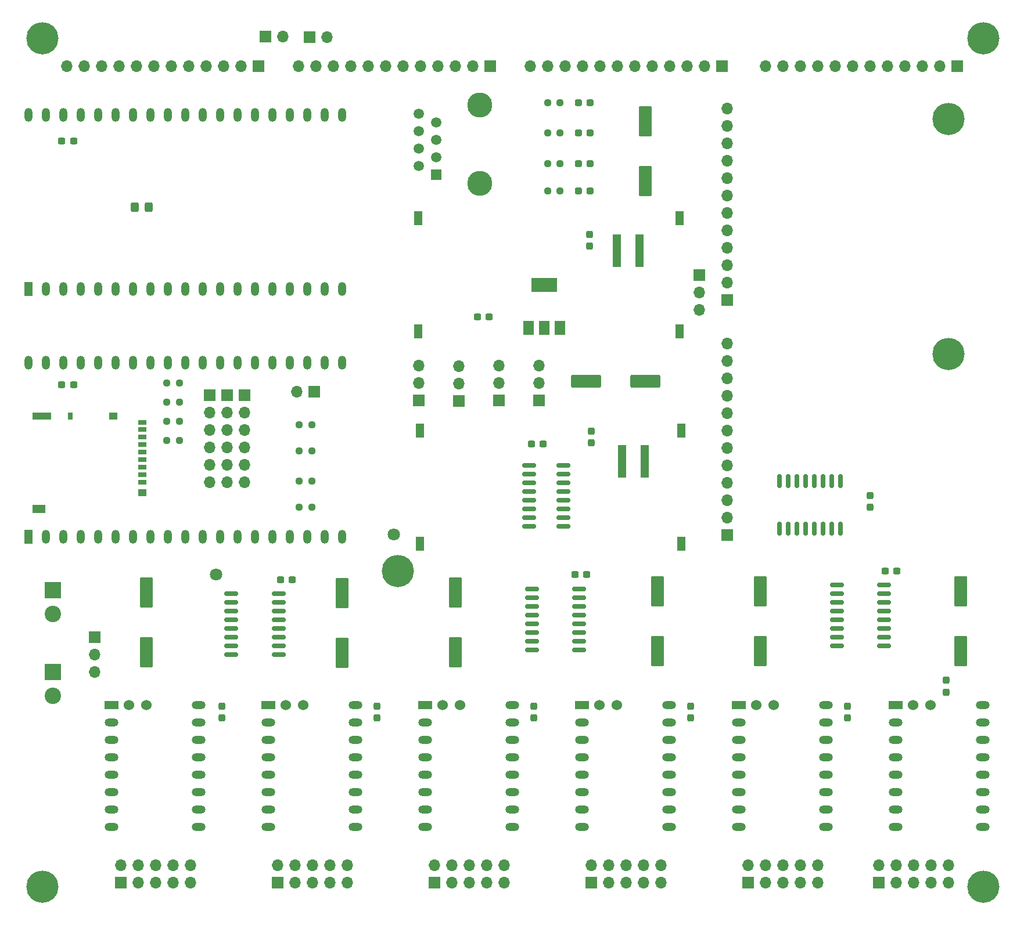
<source format=gts>
G04 #@! TF.GenerationSoftware,KiCad,Pcbnew,(6.0.0)*
G04 #@! TF.CreationDate,2022-02-08T09:03:49-06:00*
G04 #@! TF.ProjectId,Main Board V1,4d61696e-2042-46f6-9172-642056312e6b,rev?*
G04 #@! TF.SameCoordinates,Original*
G04 #@! TF.FileFunction,Soldermask,Top*
G04 #@! TF.FilePolarity,Negative*
%FSLAX46Y46*%
G04 Gerber Fmt 4.6, Leading zero omitted, Abs format (unit mm)*
G04 Created by KiCad (PCBNEW (6.0.0)) date 2022-02-08 09:03:49*
%MOMM*%
%LPD*%
G01*
G04 APERTURE LIST*
G04 Aperture macros list*
%AMRoundRect*
0 Rectangle with rounded corners*
0 $1 Rounding radius*
0 $2 $3 $4 $5 $6 $7 $8 $9 X,Y pos of 4 corners*
0 Add a 4 corners polygon primitive as box body*
4,1,4,$2,$3,$4,$5,$6,$7,$8,$9,$2,$3,0*
0 Add four circle primitives for the rounded corners*
1,1,$1+$1,$2,$3*
1,1,$1+$1,$4,$5*
1,1,$1+$1,$6,$7*
1,1,$1+$1,$8,$9*
0 Add four rect primitives between the rounded corners*
20,1,$1+$1,$2,$3,$4,$5,0*
20,1,$1+$1,$4,$5,$6,$7,0*
20,1,$1+$1,$6,$7,$8,$9,0*
20,1,$1+$1,$8,$9,$2,$3,0*%
G04 Aperture macros list end*
%ADD10RoundRect,0.237500X-0.300000X-0.237500X0.300000X-0.237500X0.300000X0.237500X-0.300000X0.237500X0*%
%ADD11RoundRect,0.237500X0.300000X0.237500X-0.300000X0.237500X-0.300000X-0.237500X0.300000X-0.237500X0*%
%ADD12RoundRect,0.237500X0.237500X-0.300000X0.237500X0.300000X-0.237500X0.300000X-0.237500X-0.300000X0*%
%ADD13RoundRect,0.237500X-0.237500X0.300000X-0.237500X-0.300000X0.237500X-0.300000X0.237500X0.300000X0*%
%ADD14RoundRect,0.249999X-0.325001X-0.450001X0.325001X-0.450001X0.325001X0.450001X-0.325001X0.450001X0*%
%ADD15RoundRect,0.237500X0.287500X0.237500X-0.287500X0.237500X-0.287500X-0.237500X0.287500X-0.237500X0*%
%ADD16R,1.700000X1.700000*%
%ADD17O,1.700000X1.700000*%
%ADD18R,2.400000X2.400000*%
%ADD19C,2.400000*%
%ADD20R,1.200000X0.700000*%
%ADD21R,0.800000X1.000000*%
%ADD22R,1.200000X1.000000*%
%ADD23R,2.800000X1.000000*%
%ADD24R,1.900000X1.300000*%
%ADD25R,1.200000X4.700000*%
%ADD26R,1.200000X2.000000*%
%ADD27RoundRect,0.237500X-0.250000X-0.237500X0.250000X-0.237500X0.250000X0.237500X-0.250000X0.237500X0*%
%ADD28RoundRect,0.237500X0.250000X0.237500X-0.250000X0.237500X-0.250000X-0.237500X0.250000X-0.237500X0*%
%ADD29O,1.200000X2.000000*%
%ADD30RoundRect,0.150000X-0.850000X-0.150000X0.850000X-0.150000X0.850000X0.150000X-0.850000X0.150000X0*%
%ADD31R,1.500000X2.000000*%
%ADD32R,3.800000X2.000000*%
%ADD33RoundRect,0.150000X-0.837500X-0.150000X0.837500X-0.150000X0.837500X0.150000X-0.837500X0.150000X0*%
%ADD34RoundRect,0.150000X-0.150000X0.837500X-0.150000X-0.837500X0.150000X-0.837500X0.150000X0.837500X0*%
%ADD35R,2.000000X1.200000*%
%ADD36O,2.000000X1.200000*%
%ADD37C,1.524000*%
%ADD38C,3.100000*%
%ADD39C,4.700000*%
%ADD40RoundRect,0.249998X0.700002X-1.950002X0.700002X1.950002X-0.700002X1.950002X-0.700002X-1.950002X0*%
%ADD41RoundRect,0.249998X1.950002X0.700002X-1.950002X0.700002X-1.950002X-0.700002X1.950002X-0.700002X0*%
%ADD42C,3.650000*%
%ADD43R,1.500000X1.500000*%
%ADD44C,1.500000*%
%ADD45C,1.800000*%
G04 APERTURE END LIST*
D10*
X67590500Y-44196000D03*
X69315500Y-44196000D03*
D11*
X69315500Y-79756000D03*
X67590500Y-79756000D03*
D12*
X144526000Y-59536500D03*
X144526000Y-57811500D03*
X144780000Y-88238500D03*
X144780000Y-86513500D03*
D10*
X128169500Y-69850000D03*
X129894500Y-69850000D03*
D11*
X101192500Y-108204000D03*
X99467500Y-108204000D03*
X189330500Y-106934000D03*
X187605500Y-106934000D03*
D13*
X185420000Y-95911500D03*
X185420000Y-97636500D03*
D11*
X144118500Y-107442000D03*
X142393500Y-107442000D03*
D14*
X78223000Y-53848000D03*
X80273000Y-53848000D03*
D15*
X144639000Y-38608000D03*
X142889000Y-38608000D03*
X144639000Y-47498000D03*
X142889000Y-47498000D03*
X144639000Y-43053000D03*
X142889000Y-43053000D03*
X144639000Y-51500000D03*
X142889000Y-51500000D03*
D16*
X164592000Y-101727000D03*
D17*
X164592000Y-99187000D03*
X164592000Y-96647000D03*
X164592000Y-94107000D03*
X164592000Y-91567000D03*
X164592000Y-89027000D03*
X164592000Y-86487000D03*
X164592000Y-83947000D03*
X164592000Y-81407000D03*
X164592000Y-78867000D03*
X164592000Y-76327000D03*
X164592000Y-73787000D03*
D18*
X66294000Y-109728000D03*
D19*
X66294000Y-113228000D03*
D16*
X130048000Y-33274000D03*
D17*
X127508000Y-33274000D03*
X124968000Y-33274000D03*
X122428000Y-33274000D03*
X119888000Y-33274000D03*
X117348000Y-33274000D03*
X114808000Y-33274000D03*
X112268000Y-33274000D03*
X109728000Y-33274000D03*
X107188000Y-33274000D03*
X104648000Y-33274000D03*
X102108000Y-33274000D03*
D16*
X72390000Y-116586000D03*
D17*
X72390000Y-119126000D03*
X72390000Y-121666000D03*
D16*
X164592000Y-67437000D03*
D17*
X164592000Y-64897000D03*
X164592000Y-62357000D03*
X164592000Y-59817000D03*
X164592000Y-57277000D03*
X164592000Y-54737000D03*
X164592000Y-52197000D03*
X164592000Y-49657000D03*
X164592000Y-47117000D03*
X164592000Y-44577000D03*
X164592000Y-42037000D03*
X164592000Y-39497000D03*
D16*
X160528000Y-63754000D03*
D17*
X160528000Y-66294000D03*
X160528000Y-68834000D03*
D16*
X198120000Y-33274000D03*
D17*
X195580000Y-33274000D03*
X193040000Y-33274000D03*
X190500000Y-33274000D03*
X187960000Y-33274000D03*
X185420000Y-33274000D03*
X182880000Y-33274000D03*
X180340000Y-33274000D03*
X177800000Y-33274000D03*
X175260000Y-33274000D03*
X172720000Y-33274000D03*
X170180000Y-33274000D03*
D20*
X79353000Y-93961000D03*
X79353000Y-92861000D03*
X79353000Y-91761000D03*
X79353000Y-90661000D03*
X79353000Y-89561000D03*
X79353000Y-88461000D03*
X79353000Y-87361000D03*
X79353000Y-86261000D03*
X79353000Y-85311000D03*
D21*
X68853000Y-84361000D03*
D22*
X75053000Y-84361000D03*
D23*
X64703000Y-84361000D03*
D24*
X64253000Y-97861000D03*
D22*
X79353000Y-95511000D03*
D16*
X119634000Y-82042000D03*
D17*
X119634000Y-79502000D03*
X119634000Y-76962000D03*
D16*
X131318000Y-82042000D03*
D17*
X131318000Y-79502000D03*
X131318000Y-76962000D03*
D16*
X137160000Y-82042000D03*
D17*
X137160000Y-79502000D03*
X137160000Y-76962000D03*
D25*
X152531000Y-90932000D03*
X149221000Y-90932000D03*
D26*
X119507000Y-55499000D03*
X119507000Y-72009000D03*
X157607000Y-55499000D03*
X157607000Y-72009000D03*
X119761000Y-86487000D03*
X119761000Y-102997000D03*
X157861000Y-86487000D03*
X157861000Y-102997000D03*
D27*
X102211500Y-85598000D03*
X104036500Y-85598000D03*
X102211500Y-89408000D03*
X104036500Y-89408000D03*
X102211500Y-97663000D03*
X104036500Y-97663000D03*
D28*
X140231500Y-38608000D03*
X138406500Y-38608000D03*
X140231500Y-47498000D03*
X138406500Y-47498000D03*
X140231500Y-43053000D03*
X138406500Y-43053000D03*
X140231500Y-51500000D03*
X138406500Y-51500000D03*
D26*
X62738000Y-65786000D03*
D29*
X65278000Y-65786000D03*
X67818000Y-65786000D03*
X70358000Y-65786000D03*
X72898000Y-65786000D03*
X75438000Y-65786000D03*
X77978000Y-65786000D03*
X80518000Y-65786000D03*
X83058000Y-65786000D03*
X85598000Y-65786000D03*
X88138000Y-65786000D03*
X90678000Y-65786000D03*
X93218000Y-65786000D03*
X95758000Y-65786000D03*
X98298000Y-65786000D03*
X100838000Y-65786000D03*
X103378000Y-65786000D03*
X105918000Y-65786000D03*
X108458000Y-65786000D03*
X108458000Y-40386000D03*
X105918000Y-40386000D03*
X103378000Y-40386000D03*
X100838000Y-40386000D03*
X98298000Y-40386000D03*
X95758000Y-40386000D03*
X93218000Y-40386000D03*
X90678000Y-40386000D03*
X88138000Y-40386000D03*
X85598000Y-40386000D03*
X83058000Y-40386000D03*
X80518000Y-40386000D03*
X77978000Y-40386000D03*
X75438000Y-40386000D03*
X72898000Y-40386000D03*
X70358000Y-40386000D03*
X67818000Y-40386000D03*
X65278000Y-40386000D03*
X62738000Y-40386000D03*
D30*
X135676000Y-91567000D03*
X135676000Y-92837000D03*
X135676000Y-94107000D03*
X135676000Y-95377000D03*
X135676000Y-96647000D03*
X135676000Y-97917000D03*
X135676000Y-99187000D03*
X135676000Y-100457000D03*
X140676000Y-100457000D03*
X140676000Y-99187000D03*
X140676000Y-97917000D03*
X140676000Y-96647000D03*
X140676000Y-95377000D03*
X140676000Y-94107000D03*
X140676000Y-92837000D03*
X140676000Y-91567000D03*
D26*
X62738000Y-101981000D03*
D29*
X65278000Y-101981000D03*
X67818000Y-101981000D03*
X70358000Y-101981000D03*
X72898000Y-101981000D03*
X75438000Y-101981000D03*
X77978000Y-101981000D03*
X80518000Y-101981000D03*
X83058000Y-101981000D03*
X85598000Y-101981000D03*
X88138000Y-101981000D03*
X90678000Y-101981000D03*
X93218000Y-101981000D03*
X95758000Y-101981000D03*
X98298000Y-101981000D03*
X100838000Y-101981000D03*
X103378000Y-101981000D03*
X105918000Y-101981000D03*
X108458000Y-101981000D03*
X108458000Y-76581000D03*
X105918000Y-76581000D03*
X103378000Y-76581000D03*
X100838000Y-76581000D03*
X98298000Y-76581000D03*
X95758000Y-76581000D03*
X93218000Y-76581000D03*
X90678000Y-76581000D03*
X88138000Y-76581000D03*
X85598000Y-76581000D03*
X83058000Y-76581000D03*
X80518000Y-76581000D03*
X77978000Y-76581000D03*
X75438000Y-76581000D03*
X72898000Y-76581000D03*
X70358000Y-76581000D03*
X67818000Y-76581000D03*
X65278000Y-76581000D03*
X62738000Y-76581000D03*
D31*
X135622000Y-71476000D03*
X137922000Y-71476000D03*
X140222000Y-71476000D03*
D32*
X137922000Y-65176000D03*
D33*
X92295500Y-110236000D03*
X92295500Y-111506000D03*
X92295500Y-112776000D03*
X92295500Y-114046000D03*
X92295500Y-115316000D03*
X92295500Y-116586000D03*
X92295500Y-117856000D03*
X92295500Y-119126000D03*
X99220500Y-119126000D03*
X99220500Y-117856000D03*
X99220500Y-116586000D03*
X99220500Y-115316000D03*
X99220500Y-114046000D03*
X99220500Y-112776000D03*
X99220500Y-111506000D03*
X99220500Y-110236000D03*
X180560500Y-108966000D03*
X180560500Y-110236000D03*
X180560500Y-111506000D03*
X180560500Y-112776000D03*
X180560500Y-114046000D03*
X180560500Y-115316000D03*
X180560500Y-116586000D03*
X180560500Y-117856000D03*
X187485500Y-117856000D03*
X187485500Y-116586000D03*
X187485500Y-115316000D03*
X187485500Y-114046000D03*
X187485500Y-112776000D03*
X187485500Y-111506000D03*
X187485500Y-110236000D03*
X187485500Y-108966000D03*
X136110500Y-109601000D03*
X136110500Y-110871000D03*
X136110500Y-112141000D03*
X136110500Y-113411000D03*
X136110500Y-114681000D03*
X136110500Y-115951000D03*
X136110500Y-117221000D03*
X136110500Y-118491000D03*
X143035500Y-118491000D03*
X143035500Y-117221000D03*
X143035500Y-115951000D03*
X143035500Y-114681000D03*
X143035500Y-113411000D03*
X143035500Y-112141000D03*
X143035500Y-110871000D03*
X143035500Y-109601000D03*
D34*
X181102000Y-93819500D03*
X179832000Y-93819500D03*
X178562000Y-93819500D03*
X177292000Y-93819500D03*
X176022000Y-93819500D03*
X174752000Y-93819500D03*
X173482000Y-93819500D03*
X172212000Y-93819500D03*
X172212000Y-100744500D03*
X173482000Y-100744500D03*
X174752000Y-100744500D03*
X176022000Y-100744500D03*
X177292000Y-100744500D03*
X178562000Y-100744500D03*
X179832000Y-100744500D03*
X181102000Y-100744500D03*
D35*
X74803000Y-126492000D03*
D36*
X74803000Y-129032000D03*
X74803000Y-131572000D03*
X74803000Y-134112000D03*
X74803000Y-136652000D03*
X74803000Y-139192000D03*
X74803000Y-141732000D03*
X74803000Y-144272000D03*
X87503000Y-144272000D03*
X87503000Y-141732000D03*
X87503000Y-139192000D03*
X87503000Y-136652000D03*
X87503000Y-134112000D03*
X87503000Y-131572000D03*
X87503000Y-129032000D03*
X87503000Y-126492000D03*
D37*
X79883000Y-126492000D03*
X77343000Y-126492000D03*
D35*
X97663000Y-126492000D03*
D36*
X97663000Y-129032000D03*
X97663000Y-131572000D03*
X97663000Y-134112000D03*
X97663000Y-136652000D03*
X97663000Y-139192000D03*
X97663000Y-141732000D03*
X97663000Y-144272000D03*
X110363000Y-144272000D03*
X110363000Y-141732000D03*
X110363000Y-139192000D03*
X110363000Y-136652000D03*
X110363000Y-134112000D03*
X110363000Y-131572000D03*
X110363000Y-129032000D03*
X110363000Y-126492000D03*
D37*
X102743000Y-126492000D03*
X100203000Y-126492000D03*
D35*
X120523000Y-126492000D03*
D36*
X120523000Y-129032000D03*
X120523000Y-131572000D03*
X120523000Y-134112000D03*
X120523000Y-136652000D03*
X120523000Y-139192000D03*
X120523000Y-141732000D03*
X120523000Y-144272000D03*
X133223000Y-144272000D03*
X133223000Y-141732000D03*
X133223000Y-139192000D03*
X133223000Y-136652000D03*
X133223000Y-134112000D03*
X133223000Y-131572000D03*
X133223000Y-129032000D03*
X133223000Y-126492000D03*
D37*
X125603000Y-126492000D03*
X123063000Y-126492000D03*
D35*
X143383000Y-126492000D03*
D36*
X143383000Y-129032000D03*
X143383000Y-131572000D03*
X143383000Y-134112000D03*
X143383000Y-136652000D03*
X143383000Y-139192000D03*
X143383000Y-141732000D03*
X143383000Y-144272000D03*
X156083000Y-144272000D03*
X156083000Y-141732000D03*
X156083000Y-139192000D03*
X156083000Y-136652000D03*
X156083000Y-134112000D03*
X156083000Y-131572000D03*
X156083000Y-129032000D03*
X156083000Y-126492000D03*
D37*
X148463000Y-126492000D03*
X145923000Y-126492000D03*
D35*
X166243000Y-126492000D03*
D36*
X166243000Y-129032000D03*
X166243000Y-131572000D03*
X166243000Y-134112000D03*
X166243000Y-136652000D03*
X166243000Y-139192000D03*
X166243000Y-141732000D03*
X166243000Y-144272000D03*
X178943000Y-144272000D03*
X178943000Y-141732000D03*
X178943000Y-139192000D03*
X178943000Y-136652000D03*
X178943000Y-134112000D03*
X178943000Y-131572000D03*
X178943000Y-129032000D03*
X178943000Y-126492000D03*
D37*
X171323000Y-126492000D03*
X168783000Y-126492000D03*
D35*
X189103000Y-126492000D03*
D36*
X189103000Y-129032000D03*
X189103000Y-131572000D03*
X189103000Y-134112000D03*
X189103000Y-136652000D03*
X189103000Y-139192000D03*
X189103000Y-141732000D03*
X189103000Y-144272000D03*
X201803000Y-144272000D03*
X201803000Y-141732000D03*
X201803000Y-139192000D03*
X201803000Y-136652000D03*
X201803000Y-134112000D03*
X201803000Y-131572000D03*
X201803000Y-129032000D03*
X201803000Y-126492000D03*
D37*
X194183000Y-126492000D03*
X191643000Y-126492000D03*
D18*
X66294000Y-121666000D03*
D19*
X66294000Y-125166000D03*
D25*
X151769000Y-60198000D03*
X148459000Y-60198000D03*
D16*
X125476000Y-82169000D03*
D17*
X125476000Y-79629000D03*
X125476000Y-77089000D03*
D27*
X102211500Y-93853000D03*
X104036500Y-93853000D03*
D16*
X96266000Y-33274000D03*
D17*
X93726000Y-33274000D03*
X91186000Y-33274000D03*
X88646000Y-33274000D03*
X86106000Y-33274000D03*
X83566000Y-33274000D03*
X81026000Y-33274000D03*
X78486000Y-33274000D03*
X75946000Y-33274000D03*
X73406000Y-33274000D03*
X70866000Y-33274000D03*
X68326000Y-33274000D03*
D38*
X64770000Y-153035000D03*
D39*
X64770000Y-153035000D03*
D38*
X116586000Y-106934000D03*
D39*
X116586000Y-106934000D03*
X201930000Y-153035000D03*
D38*
X201930000Y-153035000D03*
D39*
X196850000Y-75311000D03*
D38*
X196850000Y-75311000D03*
D39*
X196850000Y-41021000D03*
D38*
X196850000Y-41021000D03*
X64770000Y-29210000D03*
D39*
X64770000Y-29210000D03*
D40*
X152654000Y-50070000D03*
X152654000Y-41370000D03*
D41*
X152686000Y-79248000D03*
X143986000Y-79248000D03*
D40*
X79883000Y-118777000D03*
X79883000Y-110077000D03*
X108458000Y-118904000D03*
X108458000Y-110204000D03*
X124968000Y-118777000D03*
X124968000Y-110077000D03*
X154432000Y-118650000D03*
X154432000Y-109950000D03*
X169418000Y-118650000D03*
X169418000Y-109950000D03*
X198628000Y-118650000D03*
X198628000Y-109950000D03*
D38*
X201930000Y-29210000D03*
D39*
X201930000Y-29210000D03*
D16*
X76200000Y-152400000D03*
D17*
X76200000Y-149860000D03*
X78740000Y-152400000D03*
X78740000Y-149860000D03*
X81280000Y-152400000D03*
X81280000Y-149860000D03*
X83820000Y-152400000D03*
X83820000Y-149860000D03*
X86360000Y-152400000D03*
X86360000Y-149860000D03*
D16*
X99060000Y-152400000D03*
D17*
X99060000Y-149860000D03*
X101600000Y-152400000D03*
X101600000Y-149860000D03*
X104140000Y-152400000D03*
X104140000Y-149860000D03*
X106680000Y-152400000D03*
X106680000Y-149860000D03*
X109220000Y-152400000D03*
X109220000Y-149860000D03*
D16*
X121920000Y-152400000D03*
D17*
X121920000Y-149860000D03*
X124460000Y-152400000D03*
X124460000Y-149860000D03*
X127000000Y-152400000D03*
X127000000Y-149860000D03*
X129540000Y-152400000D03*
X129540000Y-149860000D03*
X132080000Y-152400000D03*
X132080000Y-149860000D03*
D16*
X144780000Y-152400000D03*
D17*
X144780000Y-149860000D03*
X147320000Y-152400000D03*
X147320000Y-149860000D03*
X149860000Y-152400000D03*
X149860000Y-149860000D03*
X152400000Y-152400000D03*
X152400000Y-149860000D03*
X154940000Y-152400000D03*
X154940000Y-149860000D03*
D16*
X167640000Y-152400000D03*
D17*
X167640000Y-149860000D03*
X170180000Y-152400000D03*
X170180000Y-149860000D03*
X172720000Y-152400000D03*
X172720000Y-149860000D03*
X175260000Y-152400000D03*
X175260000Y-149860000D03*
X177800000Y-152400000D03*
X177800000Y-149860000D03*
D16*
X186690000Y-152400000D03*
D17*
X186690000Y-149860000D03*
X189230000Y-152400000D03*
X189230000Y-149860000D03*
X191770000Y-152400000D03*
X191770000Y-149860000D03*
X194310000Y-152400000D03*
X194310000Y-149860000D03*
X196850000Y-152400000D03*
X196850000Y-149860000D03*
D16*
X163830000Y-33274000D03*
D17*
X161290000Y-33274000D03*
X158750000Y-33274000D03*
X156210000Y-33274000D03*
X153670000Y-33274000D03*
X151130000Y-33274000D03*
X148590000Y-33274000D03*
X146050000Y-33274000D03*
X143510000Y-33274000D03*
X140970000Y-33274000D03*
X138430000Y-33274000D03*
X135890000Y-33274000D03*
D13*
X90932000Y-126645500D03*
X90932000Y-128370500D03*
X113538000Y-126645500D03*
X113538000Y-128370500D03*
X136398000Y-126645500D03*
X136398000Y-128370500D03*
X159258000Y-126645500D03*
X159258000Y-128370500D03*
X182118000Y-126645500D03*
X182118000Y-128370500D03*
X196500000Y-122887500D03*
X196500000Y-124612500D03*
D16*
X104394000Y-80772000D03*
D17*
X101854000Y-80772000D03*
D16*
X94234000Y-81280000D03*
D17*
X94234000Y-83820000D03*
X94234000Y-86360000D03*
X94234000Y-88900000D03*
X94234000Y-91440000D03*
X94234000Y-93980000D03*
D16*
X91694000Y-81280000D03*
D17*
X91694000Y-83820000D03*
X91694000Y-86360000D03*
X91694000Y-88900000D03*
X91694000Y-91440000D03*
X91694000Y-93980000D03*
D16*
X89154000Y-81280000D03*
D17*
X89154000Y-83820000D03*
X89154000Y-86360000D03*
X89154000Y-88900000D03*
X89154000Y-91440000D03*
X89154000Y-93980000D03*
D28*
X84732500Y-79502000D03*
X82907500Y-79502000D03*
X84732500Y-82296000D03*
X82907500Y-82296000D03*
X84732500Y-85090000D03*
X82907500Y-85090000D03*
X84732500Y-87884000D03*
X82907500Y-87884000D03*
D42*
X128500000Y-50430000D03*
X128500000Y-39000000D03*
D43*
X122150000Y-49160000D03*
D44*
X119610000Y-47890000D03*
X122150000Y-46620000D03*
X119610000Y-45350000D03*
X122150000Y-44080000D03*
X119610000Y-42810000D03*
X122150000Y-41540000D03*
X119610000Y-40270000D03*
D10*
X136043500Y-88392000D03*
X137768500Y-88392000D03*
D16*
X97300000Y-29000000D03*
D17*
X99840000Y-29000000D03*
D16*
X103700000Y-29100000D03*
D17*
X106240000Y-29100000D03*
D45*
X115951000Y-101600000D03*
X90043000Y-107442000D03*
M02*

</source>
